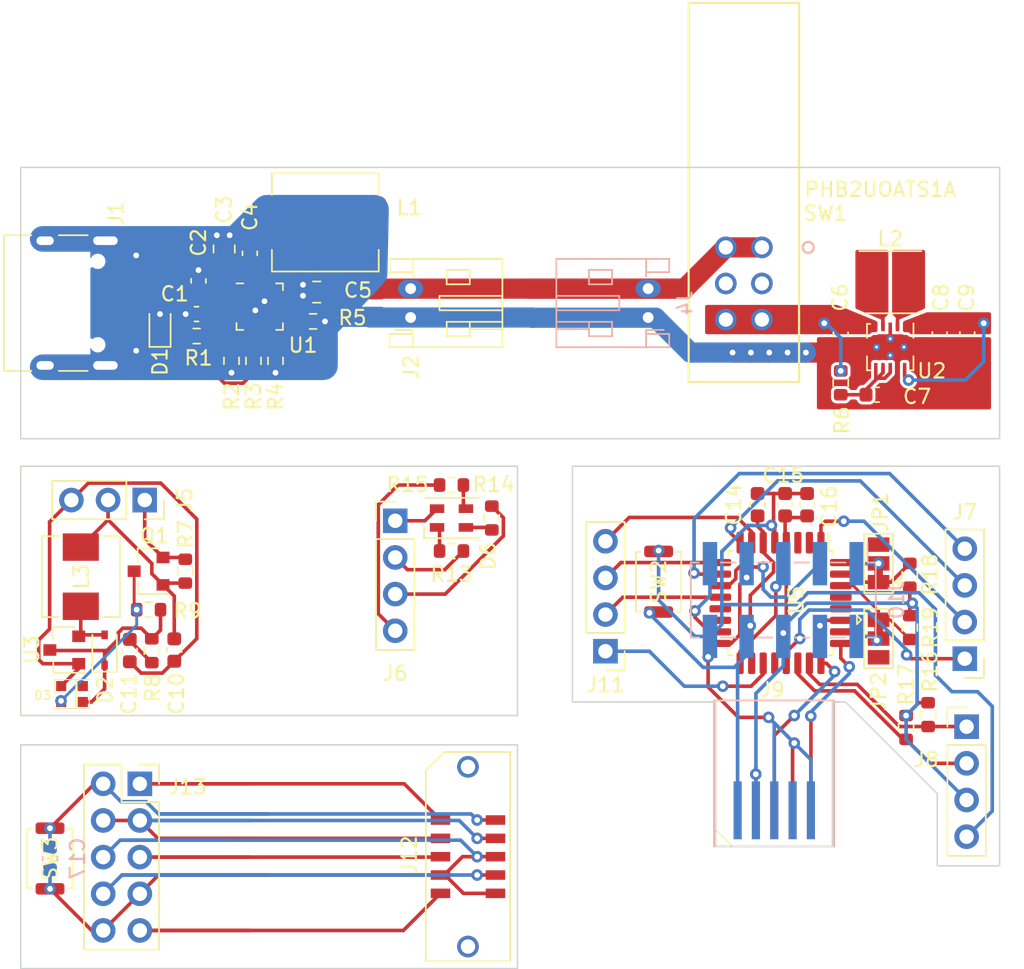
<source format=kicad_pcb>
(kicad_pcb (version 20210228) (generator pcbnew)
  (layers (0 "F.Cu" signal) (31 "B.Cu" signal) (34 "B.Paste" user) (35 "F.Paste" user) (36 "B.SilkS" user "B.Silkscreen") (37 "F.SilkS" user "F.Silkscreen") (38 "B.Mask" user) (39 "F.Mask" user) (44 "Edge.Cuts" user))
  (net 0 "")
  (net 1 "/BatteryCharger/REGN")
  (net 2 "GND")
  (net 3 "VBUS")
  (net 4 "Net-(C3-Pad1)")
  (net 5 "Net-(C4-Pad2)")
  (net 6 "Net-(C4-Pad1)")
  (net 7 "Net-(D1-Pad1)")
  (net 8 "Net-(R1-Pad2)")
  (net 9 "Net-(R2-Pad2)")
  (net 10 "Net-(R3-Pad2)")
  (net 11 "Net-(R5-Pad1)")
  (net 12 "/Power/BATT_SW")
  (net 13 "Net-(C7-Pad1)")
  (net 14 "+3V3")
  (net 15 "Net-(L2-Pad2)")
  (net 16 "Net-(L2-Pad1)")
  (net 17 "+BATT")
  (net 18 "Net-(C11-Pad1)")
  (net 19 "Net-(D2-Pad2)")
  (net 20 "/LED Boost/DIN")
  (net 21 "/LED Boost/DIN_LV")
  (net 22 "/LED Boost/3.3V_local")
  (net 23 "Net-(D6-Pad2)")
  (net 24 "Net-(D6-Pad4)")
  (net 25 "Net-(D6-Pad3)")
  (net 26 "/LED Boost/R-")
  (net 27 "/LED Boost/G-")
  (net 28 "/LED Boost/B-")
  (net 29 "/STM32/NRST")
  (net 30 "/STM32/UART4_RX")
  (net 31 "/STM32/UART3_RX")
  (net 32 "/STM32/UART2_RX")
  (net 33 "/STM32/UART1_RX")
  (net 34 "/STM32/I2C2_SCL")
  (net 35 "/STM32/I2C2_SDA")
  (net 36 "/STM32/SWC")
  (net 37 "/STM32/SWD")
  (net 38 "/STM32/SEL1")
  (net 39 "/STM32/SEL0")
  (net 40 "/STM32/SEL2")
  (net 41 "/STM32/SPI1_CLK")
  (net 42 "/STM32/SPI1_NSS")
  (net 43 "/STM32/D1")
  (net 44 "/STM32/D0")
  (net 45 "/STM32/UART4_TX")
  (net 46 "/STM32/UART3_TX")
  (net 47 "/STM32/UART2_TX")
  (net 48 "/STM32/UART1_TX")
  (net 49 "/STM32/I2C1_SDA")
  (net 50 "/STM32/I2C1_SCL")
  (net 51 "/STM33/NRST")
  (net 52 "/STM33/SWC")
  (net 53 "/STM33/RX")
  (net 54 "/STM33/SWD")
  (net 55 "/STM33/TX")
  (net 56 "/LED Boost/5V_local")
  (footprint "Jumper:SolderJumper-3_P1.3mm_Bridged12_Pad1.0x1.5mm" (layer "F.Cu") (at 127.762 80.264 -90)
    (fp_text reference "JP2")
    (fp_text value "D1")
  )
  (footprint "Package_TO_SOT_SMD:SOT-23" (layer "F.Cu") (at 77.188489 75.597511 180)
    (fp_text reference "Q1")
    (fp_text value "BSS138")
  )
  (footprint "Button_Switch_SMD:SW_Push_SPST_NO_Alps_SKRK" (layer "F.Cu") (at 70.358 95.504 90)
    (fp_text reference "SW3")
    (fp_text value "RST")
  )
  (footprint "Connector_PCBEdge:Samtec_MECF-05-0_-NP-L-DV_2x05_P1.27mm_Edge" (layer "F.Cu") (at 120.523 89.662)
    (fp_text reference "J9")
    (fp_text value "Prog edge")
    (fp_line (start -4.5 -5) (end -4.05 -5) (layer "Edge.Cuts") (width 0.12))
    (fp_line (start 4.5 -5) (end 4.05 -5) (layer "Edge.Cuts") (width 0.12))
    (fp_line (start -4.05 5) (end -4.05 -5) (layer "Edge.Cuts") (width 0.12))
    (fp_line (start 4.05 5) (end 4.05 -5) (layer "Edge.Cuts") (width 0.12))
    (fp_line (start -4.05 5) (end 4.05 5) (layer "Edge.Cuts") (width 0.12))
  )
  (footprint "Resistor_SMD:R_0603_1608Metric" (layer "F.Cu") (at 79.728489 75.597511 -90)
    (fp_text reference "R7")
    (fp_text value "10k")
  )
  (footprint "Resistor_SMD:R_0603_1608Metric" (layer "F.Cu") (at 100.965 71.915 90)
    (fp_text reference "R14")
    (fp_text value "15")
  )
  (footprint "Resistor_SMD:R_0603_1608Metric" (layer "F.Cu") (at 84.455 61.023 90)
    (fp_text reference "R3")
    (fp_text value "10k")
  )
  (footprint "Capacitor_SMD:C_0603_1608Metric" (layer "F.Cu") (at 119.38 70.993 90)
    (fp_text reference "C14")
    (fp_text value "0.1u")
  )
  (footprint "Resistor_SMD:R_0603_1608Metric" (layer "F.Cu") (at 85.979 61.024 -90)
    (fp_text reference "R4")
    (fp_text value "10k")
  )
  (footprint "Capacitor_SMD:C_0805_2012Metric" (layer "F.Cu") (at 82.423 53.279 90)
    (fp_text reference "C3")
    (fp_text value "10u")
  )
  (footprint "Resistor_SMD:R_0603_1608Metric" (layer "F.Cu") (at 80.518 59.309)
    (fp_text reference "R1")
    (fp_text value "1k")
  )
  (footprint "Connector_PinHeader_2.54mm:PinHeader_1x04_P2.54mm_Vertical" (layer "F.Cu") (at 108.839 81.143 180)
    (fp_text reference "J11")
    (fp_text value "O")
  )
  (footprint "Capacitor_SMD:C_0805_2012Metric" (layer "F.Cu") (at 88.834 56.261 180)
    (fp_text reference "C5")
    (fp_text value "10u")
  )
  (footprint "Connector_PinHeader_2.54mm:PinHeader_1x04_P2.54mm_Vertical" (layer "F.Cu") (at 94.275 72.105)
    (fp_text reference "J6")
    (fp_text value "LED")
  )
  (footprint "Resistor_SMD:R_0603_1608Metric" (layer "F.Cu") (at 129.921 79.502 -90)
    (fp_text reference "R19")
    (fp_text value "10k")
  )
  (footprint "Package_QFP:LQFP-32_7x7mm_P0.8mm" (layer "F.Cu") (at 120.968 77.801 -90)
    (fp_text reference "U5")
    (fp_text value "STM32G070K")
  )
  (footprint "Capacitor_SMD:C_0603_1608Metric" (layer "F.Cu") (at 127.6655 63.373)
    (fp_text reference "C7")
    (fp_text value "0.1u")
  )
  (footprint "Resistor_SMD:R_0603_1608Metric" (layer "F.Cu") (at 82.931 61.023 90)
    (fp_text reference "R2")
    (fp_text value "20K")
  )
  (footprint "Package_DFN_QFN:WQFN-16-1EP_3x3mm_P0.5mm_EP1.6x1.6mm" (layer "F.Cu") (at 84.885 57.27)
    (fp_text reference "U1")
    (fp_text value "BQ25300")
  )
  (footprint "Connector_PinSocket_2.54mm:PinSocket_1x03_P2.54mm_Vertical" (layer "F.Cu") (at 76.919489 70.669511 -90)
    (fp_text reference "J5")
    (fp_text value "LED")
  )
  (footprint "Diode_SMD:D_SOD-323" (layer "F.Cu") (at 74.140489 81.058511 90)
    (fp_text reference "D2")
    (fp_text value "1N5817")
  )
  (footprint "Capacitor_SMD:C_0603_1608Metric" (layer "F.Cu") (at 125.1385 59.195 -90)
    (fp_text reference "C6")
    (fp_text value "10u")
  )
  (footprint "Package_SON:Texas_DRC0010J_ThermalVias" (layer "F.Cu") (at 128.5675 60.071 -90)
    (fp_text reference "U2")
    (fp_text value "TPS63001")
  )
  (footprint "Connector_PinHeader_2.54mm:PinHeader_1x04_P2.54mm_Vertical" (layer "F.Cu") (at 133.731 81.661 180)
    (fp_text reference "J7")
    (fp_text value "I")
  )
  (footprint "Connector_PinHeader_2.54mm:PinHeader_1x04_P2.54mm_Vertical" (layer "F.Cu") (at 133.858 86.37)
    (fp_text reference "J8")
    (fp_text value "I2C_OLED")
  )
  (footprint "Capacitor_SMD:C_0603_1608Metric" (layer "F.Cu") (at 80.505 57.785)
    (fp_text reference "C1")
    (fp_text value "2.2u")
  )
  (footprint "Connector_PinSocket_2.54mm:PinSocket_2x05_P2.54mm_Vertical" (layer "F.Cu") (at 76.581 90.327)
    (fp_text reference "J13")
    (fp_text value "Output")
  )
  (footprint "Capacitor_SMD:C_0603_1608Metric" (layer "F.Cu") (at 75.885489 81.095511 -90)
    (fp_text reference "C11")
    (fp_text value "22u")
  )
  (footprint "Inductor_SMD:L_Coilcraft_XxL4040" (layer "F.Cu") (at 128.5675 55.578)
    (fp_text reference "L2")
    (fp_text value "2.2u")
  )
  (footprint "Package_TO_SOT_SMD:SOT-23" (layer "F.Cu") (at 71.346489 81.058511 180)
    (fp_text reference "U3")
    (fp_text value "HT7750B")
  )
  (footprint "Resistor_SMD:R_0603_1608Metric" (layer "F.Cu") (at 77.188489 78.264511 180)
    (fp_text reference "R9")
    (fp_text value "10k")
  )
  (footprint "Capacitor_SMD:C_0603_1608Metric" (layer "F.Cu") (at 84.201 53.581 90)
    (fp_text reference "C4")
    (fp_text value "47n")
  )
  (footprint "Capacitor_SMD:C_0603_1608Metric" (layer "F.Cu") (at 133.9015 59.169 -90)
    (fp_text reference "C9")
    (fp_text value "10u")
  )
  (footprint "custom:WS2812B_2020" (layer "F.Cu") (at 71.882 84.106511)
    (fp_text reference "D3")
    (fp_text value "WS2812B")
  )
  (footprint "LED_SMD:LED_SK6805_PLCC4_2.4x2.7mm_P1.3mm" (layer "F.Cu") (at 98.171 71.915)
    (fp_text reference "D6")
    (fp_text value "FM-B2020RGBA-HG")
  )
  (footprint "Resistor_SMD:R_0603_1608Metric" (layer "F.Cu") (at 129.921 75.882 90)
    (fp_text reference "R18")
    (fp_text value "10k")
  )
  (footprint "Jumper:SolderJumper-3_P1.3mm_Bridged12_Pad1.0x1.5mm" (layer "F.Cu") (at 127.762 75.057 90)
    (fp_text reference "JP1")
    (fp_text value "D0")
  )
  (footprint "Connector_PCBEdge:Samtec_MECF-05-01-NP-L-DV-WT_2x05_P1.27mm_Socket_Horizontal" (layer "F.Cu") (at 99.314 95.377 -90)
    (fp_text reference "J12")
    (fp_text value "Prog edge")
  )
  (footprint "Button_Switch_SMD:SW_Push_SPST_NO_Alps_SKRK" (layer "F.Cu") (at 112.522 76.327 -90)
    (fp_text reference "SW2")
    (fp_text value "RST")
  )
  (footprint "Capacitor_SMD:C_0603_1608Metric" (layer "F.Cu") (at 80.645 55.486 90)
    (fp_text reference "C2")
    (fp_text value "2.2u")
  )
  (footprint "Connector_JST:JST_PH_S2B-PH-K_1x02_P2.00mm_Horizontal" (layer "F.Cu") (at 95.34 58.023 90)
    (fp_text reference "J2")
    (fp_text value "Batt")
  )
  (footprint "Capacitor_SMD:C_0603_1608Metric" (layer "F.Cu") (at 131.9965 59.169 -90)
    (fp_text reference "C8")
    (fp_text value "10u")
  )
  (footprint "Resistor_SMD:R_0603_1608Metric" (layer "F.Cu") (at 125.1385 62.548 90)
    (fp_text reference "R6")
    (fp_text value "100")
  )
  (footprint "Resistor_SMD:R_0603_1608Metric" (layer "F.Cu") (at 98.171 74.201)
    (fp_text reference "R13")
    (fp_text value "65")
  )
  (footprint "Capacitor_SMD:C_0603_1608Metric" (layer "F.Cu") (at 121.285 70.993 90)
    (fp_text reference "C15")
    (fp_text value "4.7u")
  )
  (footprint "Resistor_SMD:R_0603_1608Metric" (layer "F.Cu") (at 98.171 69.629 180)
    (fp_text reference "R15")
    (fp_text value "15")
  )
  (footprint "Capacitor_SMD:C_0603_1608Metric" (layer "F.Cu") (at 78.966489 81.058511 -90)
    (fp_text reference "C10")
    (fp_text value "47u")
  )
  (footprint "Connector_USB:USB_C_Receptacle_HRO_TYPE-C-31-M-12" (layer "F.Cu") (at 71.068 57.023 -90)
    (fp_text reference "J1")
    (fp_text value "USB-C")
  )
  (footprint "PHB2UOATS1A:PHB2UOATS1A" (layer "F.Cu") (at 119.6775 53.166 180)
    (fp_text reference "SW1")
    (fp_text value "PHB2UOATS1A")
  )
  (footprint "LED_SMD:LED_0603_1608Metric" (layer "F.Cu") (at 77.978 58.5725 90)
    (fp_text reference "D1")
    (fp_text value "Stat")
  )
  (footprint "Resistor_SMD:R_0603_1608Metric" (layer "F.Cu") (at 129.667 86.423 -90)
    (fp_text reference "R17")
    (fp_text value "10k")
  )
  (footprint "Inductor_SMD:L_Abracon_ASPI-0630LR" (layer "F.Cu") (at 89.431 51.435)
    (fp_text reference "L1")
    (fp_text value "1u")
  )
  (footprint "Resistor_SMD:R_0603_1608Metric" (layer "F.Cu") (at 77.409489 81.108511 -90)
    (fp_text reference "R8")
    (fp_text value "0.15")
  )
  (footprint "Resistor_SMD:R_0603_1608Metric" (layer "F.Cu") (at 131.191 85.535 -90)
    (fp_text reference "R16")
    (fp_text value "10k")
  )
  (footprint "Capacitor_SMD:C_0603_1608Metric" (layer "F.Cu") (at 122.809 70.993 90)
    (fp_text reference "C16")
    (fp_text value "100n")
  )
  (footprint "Inductor_SMD:L_Sunlord_MWSA0518_5.4x5.2mm" (layer "F.Cu") (at 72.489489 75.978511 -90)
    (fp_text reference "L3")
    (fp_text value "SWPA5040S")
  )
  (footprint "Resistor_SMD:R_0603_1608Metric" (layer "F.Cu") (at 88.582 58.293)
    (fp_text reference "R5")
    (fp_text value "TBD")
  )
  (footprint "Capacitor_SMD:C_0603_1608Metric" (layer "B.Cu") (at 70.358 95.504 -90)
    (fp_text reference "C17")
    (fp_text value "0.1u")
  )
  (footprint "Connector_JST:JST_PH_S2B-PH-K_1x02_P2.00mm_Horizontal" (layer "B.Cu") (at 111.797 58.023 90)
    (fp_text reference "J4")
    (fp_text value "Batt_alt")
  )
  (footprint "Connector_PinSocket_2.54mm:PinSocket_2x05_P2.54mm_Vertical_SMD" (layer "B.Cu") (at 121.158 77.597 90)
    (fp_text reference "J10")
    (fp_text value "MainBoard")
  )
  (gr_line (start 106.553 68.326) (end 136.144 68.326) (layer "Edge.Cuts") (width 0.1))
  (gr_line (start 136.144 68.326) (end 136.144 96.012) (layer "Edge.Cuts") (width 0.1))
  (gr_rect (start 136.144 47.625) (end 68.326 66.421) (layer "Edge.Cuts") (width 0.1) (fill none))
  (gr_line (start 131.826 96.012) (end 131.826 91.313) (layer "Edge.Cuts") (width 0.1))
  (gr_line (start 136.144 96.012) (end 131.826 96.012) (layer "Edge.Cuts") (width 0.1))
  (gr_line (start 106.553 84.662) (end 106.553 68.326) (layer "Edge.Cuts") (width 0.1))
  (gr_line (start 131.826 91.012) (end 131.826 91.313) (layer "Edge.Cuts") (width 0.1))
  (gr_rect (start 102.743 68.326) (end 68.326 85.598) (layer "Edge.Cuts") (width 0.1) (fill none))
  (gr_line (start 116.023 84.662) (end 106.553 84.662) (layer "Edge.Cuts") (width 0.1))
  (gr_rect (start 68.326 87.63) (end 102.743 103.124) (layer "Edge.Cuts") (width 0.1) (fill none))
  (gr_line (start 125.476 84.662) (end 131.826 91.012) (layer "Edge.Cuts") (width 0.1))
  (gr_line (start 125.023 84.662) (end 125.476 84.662) (layer "Edge.Cuts") (width 0.1))
  (segment (start 83.72998 62.57302) (end 82.43853 62.57302) (width 0.25) (layer "F.Cu") (net 1))
  (segment (start 82.553 57.02) (end 83.4475 57.02) (width 0.25) (layer "F.Cu") (net 1))
  (segment (start 82.43853 62.57302) (end 80.61798 60.75247) (width 0.25) (layer "F.Cu") (net 1))
  (segment (start 80.61798 60.75247) (end 80.61798 58.44702) (width 0.25) (layer "F.Cu") (net 1))
  (segment (start 81.28 57.785) (end 81.788 57.785) (width 0.25) (layer "F.Cu") (net 1))
  (segment (start 81.788 57.785) (end 82.553 57.02) (width 0.25) (layer "F.Cu") (net 1))
  (segment (start 84.455 61.848) (end 83.72998 62.57302) (width 0.25) (layer "F.Cu") (net 1))
  (segment (start 80.61798 58.44702) (end 81.28 57.785) (width 0.25) (layer "F.Cu") (net 1))
  (segment (start 80.645 54.711) (end 80.645 54.737) (width 0.25) (layer "F.Cu") (net 2))
  (segment (start 99.949 95.377) (end 98.933 95.377) (width 0.25) (layer "F.Cu") (net 2))
  (segment (start 118.9155 60.452) (end 120.1855 60.452) (width 1.4) (layer "F.Cu") (net 2))
  (segment (start 71.839489 70.669511) (end 70.330489 72.178511) (width 0.25) (layer "F.Cu") (net 2))
  (segment (start 112.522 74.227) (end 112.522 74.168) (width 0.25) (layer "F.Cu") (net 2))
  (segment (start 120.48498 73.54298) (end 120.48498 70.24302) (width 0.25) (layer "F.Cu") (net 2))
  (segment (start 72.346489 82.342022) (end 71.132 83.556511) (width 0.25) (layer "F.Cu") (net 2))
  (segment (start 120.568 73.626) (end 120.48498 73.54298) (width 0.25) (layer "F.Cu") (net 2))
  (segment (start 128.5675 58.671) (end 128.5675 59.496) (width 0.25) (layer "F.Cu") (net 2))
  (segment (start 75.113 60.273) (end 76.275 60.273) (width 0.6) (layer "F.Cu") (net 2))
  (segment (start 71.839489 70.669511) (end 73.014 69.495) (width 0.25) (layer "F.Cu") (net 2))
  (segment (start 74.041 100.487) (end 76.581 97.947) (width 0.25) (layer "F.Cu") (net 2))
  (segment (start 69.571978 81.71812) (end 69.862369 82.008511) (width 0.25) (layer "F.Cu") (net 2))
  (segment (start 98.99812 97.917) (end 97.72812 96.647) (width 0.25) (layer "F.Cu") (net 2))
  (segment (start 101.219 97.917) (end 98.99812 97.917) (width 0.25) (layer "F.Cu") (net 2))
  (segment (start 87.884 56.261) (end 87.884 55.753) (width 0.25) (layer "F.Cu") (net 2))
  (segment (start 76.275 60.273) (end 76.327 60.325) (width 0.25) (layer "F.Cu") (net 2))
  (segment (start 84.885 57.27) (end 84.885 57.228) (width 0.25) (layer "F.Cu") (net 2))
  (segment (start 97.72812 96.647) (end 97.409 96.647) (width 0.25) (layer "F.Cu") (net 2))
  (segment (start 120.338953 72.428472) (end 120.568 72.657519) (width 0.25) (layer "F.Cu") (net 2))
  (segment (start 82.931 61.848) (end 82.931 61.84801) (width 0.25) (layer "F.Cu") (net 2))
  (segment (start 78.966489 81.833511) (end 78.141969 82.658031) (width 0.25) (layer "F.Cu") (net 2))
  (segment (start 80.528009 71.993911) (end 80.528009 80.271991) (width 0.25) (layer "F.Cu") (net 2))
  (segment (start 120.1855 60.452) (end 121.4555 60.452) (width 1.4) (layer "F.Cu") (net 2))
  (segment (start 98.933 95.377) (end 97.663 96.647) (width 0.25) (layer "F.Cu") (net 2))
  (segment (start 84.843 57.27) (end 84.582 57.531) (width 0.25) (layer "F.Cu") (net 2))
  (segment (start 75.113 60.273) (end 75.113 60.428) (width 0.25) (layer "F.Cu") (net 2))
  (segment (start 84.885 57.228) (end 85.217 56.896) (width 0.25) (layer "F.Cu") (net 2))
  (segment (start 80.528009 80.271991) (end 78.966489 81.833511) (width 0.25) (layer "F.Cu") (net 2))
  (segment (start 120.51 70.218) (end 121.285 70.218) (width 0.25) (layer "F.Cu") (net 2))
  (segment (start 82.423 52.329) (end 81.92 52.329) (width 0.25) (layer "F.Cu") (net 2))
  (segment (start 70.330489 72.178511) (end 70.330489 79.608391) (width 0.25) (layer "F.Cu") (net 2))
  (segment (start 97.663 96.647) (end 97.409 96.647) (width 0.25) (layer "F.Cu") (net 2))
  (segment (start 82.423 52.329) (end 82.799 52.329) (width 0.25) (layer "F.Cu") (net 2))
  (segment (start 121.4555 60.452) (end 122.7255 60.452) (width 1.4) (layer "F.Cu") (net 2))
  (segment (start 118.053738 85.725) (end 120.142 85.725) (width 0.25) (layer "F.Cu") (net 2))
  (segment (start 75.113 53.773) (end 76.275 53.773) (width 0.6) (layer "F.Cu") (net 2))
  (segment (start 72.346489 82.008511) (end 72.346489 82.342022) (width 0.25) (layer "F.Cu") (net 2))
  (segment (start 101.219 95.377) (end 99.949 95.377) (width 0.25) (layer "F.Cu") (net 2))
  (segment (start 120.48498 70.24302) (end 120.51 70.218) (width 0.25) (layer "F.Cu") (net 2))
  (segment (start 73.014 69.495) (end 78.029098 69.495) (width 0.25) (layer "F.Cu") (net 2))
  (segment (start 97.409 96.647) (end 77.881 96.647) (width 0.25) (layer "F.Cu") (net 2))
  (segment (start 70.330489 79.608391) (end 69.571978 80.366902) (width 0.25) (layer "F.Cu") (net 2))
  (segment (start 89.407 58.293) (end 89.408 58.293) (width 0.25) (layer "F.Cu") (net 2))
  (segment (start 79.73 57.785) (end 79.756 57.785) (width 0.25) (layer "F.Cu") (net 2))
  (segment (start 82.799 52.329) (end 82.804 52.324) (width 0.25) (layer "F.Cu") (net 2))
  (segment (start 121.803 92.162) (end 121.803 87.62) (width 0.25) (layer "F.Cu") (net 2))
  (segment (start 84.885 57.27) (end 84.843 57.27) (width 0.25) (layer "F.Cu") (net 2))
  (segment (start 70.358 97.604) (end 73.241 100.487) (width 0.25) (layer "F.Cu") (net 2))
  (segment (start 85.501 96.647) (end 77.881 96.647) (width 0.25) (layer "F.Cu") (net 2))
  (segment (start 78.141969 82.658031) (end 76.673009 82.658031) (width 0.25) (layer "F.Cu") (net 2))
  (segment (start 76.673009 82.658031) (end 75.885489 81.870511) (width 0.25) (layer "F.Cu") (net 2))
  (segment (start 73.241 100.487) (end 74.041 100.487) (width 0.25) (layer "F.Cu") (net 2))
  (segment (start 75.113 53.618) (end 74.198 52.703) (width 0.6) (layer "F.Cu") (net 2))
  (segment (start 115.951 83.622262) (end 118.053738 85.725) (width 0.25) (layer "F.Cu") (net 2))
  (segment (start 117.6455 60.452) (end 118.9155 60.452) (width 1.4) (layer "F.Cu") (net 2))
  (segment (start 76.275 53.773) (end 76.327 53.721) (width 0.25) (layer "F.Cu") (net 2))
  (segment (start 78.029098 69.495) (end 80.528009 71.993911) (width 0.25) (layer "F.Cu") (net 2))
  (segment (start 75.113 60.428) (end 74.198 61.343) (width 0.6) (layer "F.Cu") (net 2))
  (segment (start 122.7255 60.452) (end 123.698 60.452) (width 1.4) (layer "F.Cu") (net 2))
  (segment (start 87.884 56.261) (end 87.884 56.515) (width 0.25) (layer "F.Cu") (net 2))
  (segment (start 115.951 81.534) (end 115.951 83.622262) (width 0.25) (layer "F.Cu") (net 2))
  (segment (start 77.881 96.647) (end 76.581 97.947) (width 0.25) (layer "F.Cu") (net 2))
  (segment (start 121.285 70.218) (end 122.809 70.218) (width 0.25) (layer "F.Cu") (net 2))
  (segment (start 81.92 52.329) (end 81.915 52.324) (width 0.25) (layer "F.Cu") (net 2))
  (segment (start 121.803 87.62) (end 121.92 87.503) (width 0.25) (layer "F.Cu") (net 2))
  (segment (start 69.862369 82.008511) (end 72.346489 82.008511) (width 0.25) (layer "F.Cu") (net 2))
  (segment (start 75.113 53.773) (end 75.113 53.618) (width 0.25) (layer "F.Cu") (net 2))
  (segment (start 69.571978 80.366902) (end 69.571978 81.71812) (width 0.25) (layer "F.Cu") (net 2))
  (segment (start 120.568 72.657519) (end 120.568 73.626) (width 0.25) (layer "F.Cu") (net 2))
  (segment (start 119.38 70.218) (end 120.51 70.218) (width 0.25) (layer "F.Cu") (net 2))
  (via (at 84.582 57.531) (size 0.8) (drill 0.4) (layers "F.Cu" "B.Cu") (net 2))
  (via (at 76.327 60.325) (size 0.8) (drill 0.4) (layers "F.Cu" "B.Cu") (net 2))
  (via (at 77.978 57.785) (size 0.8) (drill 0.4) (layers "F.Cu" "B.Cu") (net 2))
  (via (at 121.92 87.503) (size 0.8) (drill 0.4) (layers "F.Cu" "B.Cu") (net 2))
  (via (at 87.884 55.753) (size 0.8) (drill 0.4) (layers "F.Cu" "B.Cu") (net 2))
  (via (at 122.7255 60.452) (size 0.8) (drill 0.4) (layers "F.Cu" "B.Cu") (net 2))
  (via (at 112.522 74.168) (size 0.8) (drill 0.4) (layers "F.Cu" "B.Cu") (net 2))
  (via (at 120.1855 60.452) (size 0.8) (drill 0.4) (layers "F.Cu" "B.Cu") (net 2))
  (via (at 70.358 97.604) (size 0.8) (drill 0.4) (layers "F.Cu" "B.Cu") (net 2))
  (via (at 99.949 95.377) (size 0.8) (drill 0.4) (layers "F.Cu" "B.Cu") (net 2))
  (via (at 121.4555 60.452) (size 0.8) (drill 0.4) (layers "F.Cu" "B.Cu") (net 2))
  (via (at 79.756 57.785) (size 0.8) (drill 0.4) (layers "F.Cu" "B.Cu") (net 2))
  (via (at 76.327 53.721) (size 0.8) (drill 0.4) (layers "F.Cu" "B.Cu") (net 2))
  (via (at 85.979 61.849) (size 0.8) (drill 0.4) (layers "F.Cu" "B.Cu") (net 2))
  (via (at 115.951 81.534) (size 0.8) (drill 0.4) (layers "F.Cu" "B.Cu") (net 2))
  (via (at 118.9155 60.452) (size 0.8) (drill 0.4) (layers "F.Cu" "B.Cu") (net 2))
  (via (at 82.804 52.324) (size 0.8) (drill 0.4) (layers "F.Cu" "B.Cu") (net 2))
  (via (at 89.408 58.293) (size 0.8) (drill 0.4) (layers "F.Cu" "B.Cu") (net 2))
  (via (at 85.217 56.896) (size 0.8) (drill 0.4) (layers "F.Cu" "B.Cu") (net 2))
  (via (at 81.915 52.324) (size 0.8) (drill 0.4) (layers "F.Cu" "B.Cu") (net 2))
  (via (at 80.645 54.737) (size 0.8) (drill 0.4) (layers "F.Cu" "B.Cu") (net 2))
  (via (at 120.338953 72.428472) (size 0.8) (drill 0.4) (layers "F.Cu" "B.Cu") (net 2))
  (via (at 117.6455 60.452) (size 0.8) (drill 0.4) (layers "F.Cu" "B.Cu") (net 2))
  (via (at 82.931 61.84801) (size 0.8) (drill 0.4) (layers "F.Cu" "B.Cu") (net 2))
  (via (at 120.142 85.725) (size 0.8) (drill 0.4) (layers "F.Cu" "B.Cu") (net 2))
  (via (at 87.884 56.515) (size 0.8) (drill 0.4) (layers "F.Cu" "B.Cu") (net 2))
  (segment (start 116.903011 77.914011) (end 122.043133 77.914011) (width 0.25) (layer "B.Cu") (net 2))
  (segment (start 123.073 92.162) (end 123.073 88.656) (width 0.25) (layer "B.Cu") (net 2))
  (segment (start 103.759 58.039) (end 112.3115 58.039) (width 1.4) (layer "B.Cu") (net 2))
  (segment (start 116.078 81.407) (end 115.951 81.534) (width 0.25) (layer "B.Cu") (net 2))
  (segment (start 112.522 77.597) (end 115.042 80.117) (width 0.25) (layer "B.Cu") (net 2))
  (segment (start 121.92 87.503) (end 121.412 86.995) (width 0.25) (layer "B.Cu") (net 2))
  (segment (start 131.699 82.804) (end 132.842 83.947) (width 0.25) (layer "B.Cu") (net 2))
  (segment (start 92.546 58.023) (end 103.743 58.023) (width 1.4) (layer "B.Cu") (net 2))
  (segment (start 74.041 95.407) (end 75.215511 94.232489) (width 0.25) (layer "B.Cu") (net 2))
  (segment (start 98.804489 94.232489) (end 99.949 95.377) (width 0.25) (layer "B.Cu") (net 2))
  (segment (start 121.412 86.995) (end 120.533 86.116) (width 0.25) (layer "B.Cu") (net 2))
  (segment (start 120.533 86.116) (end 120.533 92.162) (width 0.25) (layer "B.Cu") (net 2))
  (segment (start 116.903011 77.914011) (end 116.903011 74.231989) (width 0.25) (layer "B.Cu") (net 2))
  (segment (start 116.078 80.117) (end 116.903011 79.291989) (width 0.25) (layer "B.Cu") (net 2))
  (segment (start 130.556 77.089) (end 131.699 78.232) (width 0.25) (layer "B.Cu") (net 2))
  (segment (start 131.699 78.232) (end 131.699 82.804) (width 0.25) (layer "B.Cu") (net 2))
  (segment (start 75.215511 94.232489) (end 98.804489 94.232489) (width 0.25) (layer "B.Cu") (net 2))
  (segment (start 134.62 83.947) (end 135.636 84.963) (width 0.25) (layer "B.Cu") (net 2))
  (segment (start 112.3115 58.039) (end 114.7245 60.452) (width 1.4) (layer "B.Cu") (net 2))
  (segment (start 116.903011 74.231989) (end 118.706528 72.428472) (width 0.25) (layer "B.Cu") (net 2))
  (segment (start 122.868144 77.089) (end 130.556 77.089) (width 0.25) (layer "B.Cu") (net 2))
  (segment (start 116.903011 79.291989) (end 116.903011 77.914011) (width 0.25) (layer "B.Cu") (net 2))
  (segment (start 120.142 85.725) (end 120.777 86.36) (width 0.25) (layer "B.Cu") (net 2))
  (segment (start 114.7245 60.452) (end 122.7255 60.452) (width 1.4) (layer "B.Cu") (net 2))
  (segment (start 118.706528 72.428472) (end 120.338953 72.428472) (width 0.25) (layer "B.Cu") (net 2))
  (segment (start 116.078 80.117) (end 116.078 81.407) (width 0.25) (layer "B.Cu") (net 2))
  (segment (start 123.073 88.656) (end 121.412 86.995) (width 0.25) (layer "B.Cu") (net 2))
  (segment (start 120.142 85.725) (end 120.533 86.116) (width 0.25) (layer "B.Cu") (net 2))
  (segment (start 75.215511 94.232489) (end 82.835511 94.232489) (width 0.25) (layer "B.Cu") (net 2))
  (segment (start 115.042 80.117) (end 116.078 80.117) (width 0.25) (layer "B.Cu") (net 2))
  (segment (start 135.636 84.963) (end 135.636 92.212) (width 0.25) (layer "B.Cu") (net 2))
  (segment (start 70.358 96.279) (end 70.358 97.604) (width 0.25) (layer "B.Cu") (net 2))
  (segment (start 103.743 58.023) (end 103.759 58.039) (width 1.4) (layer "B.Cu") (net 2))
  (segment (start 112.522 74.168) (end 112.522 77.597) (width 0.25) (layer "B.Cu") (net 2))
  (segment (start 122.043133 77.914011) (end 122.868144 77.089) (width 0.25) (layer "B.Cu") (net 2))
  (segment (start 135.636 92.212) (end 133.858 93.99) (width 0.25) (layer "B.Cu") (net 2))
  (segment (start 132.842 83.947) (end 134.62 83.947) (width 0.25) (layer "B.Cu") (net 2))
  (segment (start 84.201 54.356) (end 84.455 54.102) (width 0.25) (layer "F.Cu") (net 6))
  (segment (start 84.635 54.282) (end 84.635 55.8325) (width 0.25) (layer "F.Cu") (net 6))
  (segment (start 84.455 54.102) (end 84.635 54.282) (width 0.25) (layer "F.Cu") (net 6))
  (segment (start 78.029 59.309) (end 77.978 59.36) (width 0.25) (layer "F.Cu") (net 7))
  (segment (start 79.693 59.309) (end 78.029 59.309) (width 0.25) (layer "F.Cu") (net 7))
  (segment (start 82.950964 57.531) (end 83.4365 57.531) (width 0.25) (layer "F.Cu") (net 8))
  (segment (start 81.343 59.309) (end 81.343 59.138964) (width 0.25) (layer "F.Cu") (net 8))
  (segment (start 81.343 59.138964) (end 82.950964 57.531) (width 0.25) (layer "F.Cu") (net 8))
  (segment (start 83.4365 57.531) (end 83.4475 57.52) (width 0.25) (layer "F.Cu") (net 8))
  (segment (start 82.931 58.293) (end 82.931 58.5365) (width 0.25) (layer "F.Cu") (net 9))
  (segment (start 83.4475 58.02) (end 83.204 58.02) (width 0.25) (layer "F.Cu") (net 9))
  (segment (start 83.204 58.02) (end 82.931 58.293) (width 0.25) (layer "F.Cu") (net 9))
  (segment (start 82.931 58.293) (end 82.931 60.198) (width 0.25) (layer "F.Cu") (net 9))
  (segment (start 85.135 59.518) (end 85.135 58.7075) (width 0.25) (layer "F.Cu") (net 10))
  (segment (start 85.816 60.199) (end 85.135 59.518) (width 0.25) (layer "F.Cu") (net 10))
  (segment (start 84.455 60.198) (end 85.135 59.518) (width 0.25) (layer "F.Cu") (net 10))
  (segment (start 85.979 60.199) (end 85.816 60.199) (width 0.25) (layer "F.Cu") (net 10))
  (segment (start 87.484 58.02) (end 87.757 58.293) (width 0.25) (layer "F.Cu") (net 11))
  (segment (start 86.3225 58.02) (end 87.484 58.02) (width 0.25) (layer "F.Cu") (net 11))
  (segment (start 125.1385 61.723) (end 125.1385 61.722) (width 0.25) (layer "F.Cu") (net 12))
  (via (at 125.1385 61.722) (size 0.8) (drill 0.4) (layers "F.Cu" "B.Cu") (net 12))
  (via (at 123.9955 58.42) (size 0.8) (drill 0.4) (layers "F.Cu" "B.Cu") (net 12))
  (segment (start 124.1225 58.42) (end 123.9955 58.42) (width 0.25) (layer "B.Cu") (net 12))
  (segment (start 125.1385 59.436) (end 124.1225 58.42) (width 0.25) (layer "B.Cu") (net 12))
  (segment (start 125.1385 61.722) (end 125.1385 59.436) (width 0.25) (layer "B.Cu") (net 12))
  (segment (start 127.6785 62.23) (end 127.5675 62.341) (width 0.25) (layer "F.Cu") (net 13))
  (segment (start 126.8905 63.373) (end 126.8905 63.018) (width 0.25) (layer "F.Cu") (net 13))
  (segment (start 128.1865 62.23) (end 127.6785 62.23) (width 0.25) (layer "F.Cu") (net 13))
  (segment (start 127.5675 62.341) (end 127.5675 61.471) (width 0.25) (layer "F.Cu") (net 13))
  (segment (start 126.8905 63.018) (end 127.5675 62.341) (width 0.25) (layer "F.Cu") (net 13))
  (segment (start 128.0675 61.841) (end 127.6785 62.23) (width 0.25) (layer "F.Cu") (net 13))
  (segment (start 128.0675 61.471) (end 128.0675 61.841) (width 0.25) (layer "F.Cu") (net 13))
  (segment (start 128.5675 61.849) (end 128.1865 62.23) (width 0.25) (layer "F.Cu") (net 13))
  (segment (start 128.5675 61.471) (end 128.5675 61.849) (width 0.25) (layer "F.Cu") (net 13))
  (segment (start 125.1385 63.373) (end 126.8905 63.373) (width 0.25) (layer "F.Cu") (net 13))
  (segment (start 121.368 73.626) (end 121.368 75.013) (width 0.25) (layer "F.Cu") (net 14))
  (segment (start 78.188489 76.547511) (end 77.413978 75.773) (width 0.25) (layer "F.Cu") (net 14))
  (segment (start 121.285 71.881) (end 122.696 71.881) (width 0.25) (layer "F.Cu") (net 14))
  (segment (start 101.219 94.107) (end 99.949 94.107) (width 0.25) (layer "F.Cu") (net 14))
  (segment (start 74.379489 70.669511) (end 74.379489 72.038511) (width 0.25) (layer "F.Cu") (net 14))
  (segment (start 131.191 84.71) (end 130.555 84.71) (width 0.25) (layer "F.Cu") (net 14))
  (segment (start 76.581 92.867) (end 74.041 92.867) (width 0.25) (layer "F.Cu") (net 14))
  (segment (start 97.409 94.107) (end 77.821 94.107) (width 0.25) (layer "F.Cu") (net 14))
  (segment (start 85.441 94.107) (end 77.821 94.107) (width 0.25) (layer "F.Cu") (net 14))
  (segment (start 121.285 73.543) (end 121.368 73.626) (width 0.25) (layer "F.Cu") (net 14))
  (segment (start 78.188489 76.547511) (end 78.966489 77.325511) (width 0.25) (layer "F.Cu") (net 14))
  (segment (start 79.728489 76.422511) (end 78.313489 76.422511) (width 0.25) (layer "F.Cu") (net 14))
  (segment (start 74.379489 72.038511) (end 72.489489 73.928511) (width 0.25) (layer "F.Cu") (net 14))
  (segment (start 119.263 89.672) (end 119.253 89.662) (width 0.25) (layer "F.Cu") (net 14))
  (segment (start 122.696 71.881) (end 122.809 71.768) (width 0.25) (layer "F.Cu") (net 14))
  (segment (start 129.921 76.707) (end 129.921 78.677) (width 0.25) (layer "F.Cu") (net 14))
  (segment (start 77.413978 75.073) (end 74.379489 72.038511) (width 0.25) (layer "F.Cu") (net 14))
  (segment (start 119.263 92.162) (end 119.263 89.672) (width 0.25) (layer "F.Cu") (net 14))
  (segment (start 129.5675 62.087) (end 129.8375 62.357) (width 0.25) (layer "F.Cu") (net 14))
  (segment (start 121.368 79.673) (end 121.158 79.883) (width 0.25) (layer "F.Cu") (net 14))
  (segment (start 130.555 84.71) (end 129.667 85.598) (width 0.25) (layer "F.Cu") (net 14))
  (segment (start 78.313489 76.422511) (end 78.188489 76.547511) (width 0.25) (layer "F.Cu") (net 14))
  (segment (start 78.966489 77.325511) (end 78.966489 80.283511) (width 0.25) (layer "F.Cu") (net 14))
  (segment (start 77.413978 75.773) (end 77.413978 75.073) (width 0.25) (layer "F.Cu") (net 14))
  (segment (start 121.285 71.881) (end 121.285 73.543) (width 0.25) (layer "F.Cu") (net 14))
  (segment (start 121.368 75.013) (end 121.368 79.673) (width 0.25) (layer "F.Cu") (net 14))
  (segment (start 121.172 71.768) (end 121.285 71.881) (width 0.25) (layer "F.Cu") (net 14))
  (segment (start 77.821 94.107) (end 76.581 92.867) (width 0.25) (layer "F.Cu") (net 14))
  (segment (start 129.5675 61.471) (end 129.5675 62.087) (width 0.25) (layer "F.Cu") (net 14))
  (via (at 135.0445 58.42) (size 0.8) (drill 0.4) (layers "F.Cu" "B.Cu") (net 14))
  (via (at 130.092247 77.81401) (size 0.8) (drill 0.4) (layers "F.Cu" "B.Cu") (net 14))
  (via (at 99.949 94.107) (size 0.8) (drill 0.4) (layers "F.Cu" "B.Cu") (net 14))
  (via (at 129.667 85.598) (size 0.8) (drill 0.4) (layers "F.Cu" "B.Cu") (net 14))
  (via (at 129.8375 62.357) (size 0.8) (drill 0.4) (layers "F.Cu" "B.Cu") (net 14))
  (via (at 119.253 89.662) (size 0.8) (drill 0.4) (layers "F.Cu" "B.Cu") (net 14))
  (via (at 121.158 79.883) (size 0.8) (drill 0.4) (layers "F.Cu" "B.Cu") (net 14))
  (segment (start 121.158 79.435569) (end 122.779559 77.81401) (width 0.25) (layer "B.Cu") (net 14))
  (segment (start 99.949 94.107) (end 98.709 92.867) (width 0.25) (layer "B.Cu") (net 14))
  (segment (start 121.158 80.117) (end 121.158 79.435569) (width 0.25) (layer "B.Cu") (net 14))
  (segment (start 129.8375 62.357) (end 133.7745 62.357) (width 0.25) (layer "B.Cu") (net 14))
  (segment (start 121.158 79.883) (end 121.158 80.117) (width 0.25) (layer "B.Cu") (net 14))
  (segment (start 121.158 82.169) (end 119.253 84.074) (width 0.25) (layer "B.Cu") (net 14))
  (segment (start 129.667 87.259) (end 129.667 85.598) (width 0.25) (layer "B.Cu") (net 14))
  (segment (start 122.779559 77.81401) (end 130.092247 77.81401) (width 0.25) (layer "B.Cu") (net 14))
  (segment (start 121.158 80.117) (end 121.158 82.169) (width 0.25) (layer "B.Cu") (net 14))
  (segment (start 133.858 91.45) (end 129.667 87.259) (width 0.25) (layer "B.Cu") (net 14))
  (segment (start 119.263 84.084) (end 119.253 84.074) (width 0.25) (layer "B.Cu") (net 14))
  (segment (start 119.263 89.144) (end 119.263 84.084) (width 0.25) (layer "B.Cu") (net 14))
  (segment (start 98.709 92.867) (end 76.581 92.867) (width 0.25) (layer "B.Cu") (net 14))
  (segment (start 130.429 78.150763) (end 130.092247 77.81401) (width 0.25) (layer "B.Cu") (net 14))
  (segment (start 130.429 84.836) (end 130.429 78.150763) (width 0.25) (layer "B.Cu") (net 14))
  (segment (start 119.253 89.662) (end 119.253 89.154) (width 0.25) (layer "B.Cu") (net 14))
  (segment (start 133.7745 62.357) (end 135.0445 61.087) (width 0.25) (layer "B.Cu") (net 14))
  (segment (start 135.0445 61.087) (end 135.0445 58.42) (width 0.25) (layer "B.Cu") (net 14))
  (segment (start 84.201 92.867) (end 76.581 92.867) (width 0.25) (layer "B.Cu") (net 14))
  (segment (start 119.253 89.154) (end 119.263 89.144) (width 0.25) (layer "B.Cu") (net 14))
  (segment (start 129.667 85.598) (end 130.429 84.836) (width 0.25) (layer "B.Cu") (net 14))
  (segment (start 119.263 92.162) (end 119.263 89.144) (width 0.25) (layer "B.Cu") (net 14))
  (segment (start 88.55202 57.49298) (end 89.784 56.261) (width 0.25) (layer "F.Cu") (net 17))
  (segment (start 114.3205 56.023) (end 103.489 56.023) (width 1.4) (layer "F.Cu") (net 17))
  (segment (start 114.3205 56.023) (end 92.546 56.023) (width 1.4) (layer "F.Cu") (net 17))
  (segment (start 86.34952 57.49298) (end 88.55202 57.49298) (width 0.25) (layer "F.Cu") (net 17))
  (segment (start 117.1775 53.166) (end 114.3205 56.023) (width 1.4) (layer "F.Cu") (net 17))
  (segment (start 86.3225 57.52) (end 86.34952 57.49298) (width 0.25) (layer "F.Cu") (net 17))
  (segment (start 119.6775 53.166) (end 117.1775 53.166) (width 1.4) (layer "F.Cu") (net 17))
  (segment (start 75.885489 80.320511) (end 75.885489 80.409511) (width 0.25) (layer "F.Cu") (net 18))
  (segment (start 75.885489 80.409511) (end 77.409489 81.933511) (width 0.25) (layer "F.Cu") (net 18))
  (segment (start 72.446489 80.008511) (end 72.346489 80.108511) (width 0.25) (layer "F.Cu") (net 19))
  (segment (start 72.489489 78.028511) (end 72.489489 79.965511) (width 0.25) (layer "F.Cu") (net 19))
  (segment (start 74.140489 80.008511) (end 72.446489 80.008511) (width 0.25) (layer "F.Cu") (net 19))
  (segment (start 72.489489 79.965511) (end 72.346489 80.108511) (width 0.25) (layer "F.Cu") (net 19))
  (segment (start 71.12 84.582) (end 71.12 84.644511) (width 0.2) (layer "F.Cu") (net 20))
  (segment (start 71.12 84.644511) (end 71.132 84.656511) (width 0.2) (layer "F.Cu") (net 20))
  (segment (start 76.188489 78.089511) (end 76.363489 78.264511) (width 0.2) (layer "F.Cu") (net 20))
  (segment (start 76.188489 75.597511) (end 76.188489 78.089511) (width 0.2) (layer "F.Cu") (net 20))
  (via (at 71.12 84.582) (size 0.8) (drill 0.4) (layers "F.Cu" "B.Cu") (net 20))
  (via (at 76.363489 78.264511) (size 0.8) (drill 0.4) (layers "F.Cu" "B.Cu") (net 20))
  (segment (start 76.363489 78.264511) (end 76.363489 79.338511) (width 0.2) (layer "B.Cu") (net 20))
  (segment (start 76.363489 79.338511) (end 71.12 84.582) (width 0.2) (layer "B.Cu") (net 20))
  (segment (start 78.188489 74.647511) (end 79.603489 74.647511) (width 0.25) (layer "F.Cu") (net 21))
  (segment (start 79.603489 74.647511) (end 79.728489 74.772511) (width 0.25) (layer "F.Cu") (net 21))
  (segment (start 76.919489 70.669511) (end 76.919489 73.378511) (width 0.25) (layer "F.Cu") (net 21))
  (segment (start 76.919489 73.378511) (end 78.188489 74.647511) (width 0.25) (layer "F.Cu") (net 21))
  (segment (start 94.275 72.105) (end 96.331 72.105) (width 0.25) (layer "F.Cu") (net 22))
  (segment (start 96.331 72.105) (end 97.171 71.265) (width 0.25) (layer "F.Cu") (net 22))
  (segment (start 97.346 74.201) (end 97.346 72.74) (width 0.25) (layer "F.Cu") (net 23))
  (segment (start 97.346 72.74) (end 97.171 72.565) (width 0.25) (layer "F.Cu") (net 23))
  (segment (start 98.996 69.629) (end 98.996 71.09) (width 0.25) (layer "F.Cu") (net 24))
  (segment (start 98.996 71.09) (end 99.171 71.265) (width 0.25) (layer "F.Cu") (net 24))
  (segment (start 100.79 72.565) (end 100.965 72.74) (width 0.25) (layer "F.Cu") (net 25))
  (segment (start 99.171 72.565) (end 100.79 72.565) (width 0.25) (layer "F.Cu") (net 25))
  (segment (start 94.46598 69.629) (end 93.099989 70.994991) (width 0.25) (layer "F.Cu") (net 26))
  (segment (start 93.099989 78.549989) (end 94.275 79.725) (width 0.25) (layer "F.Cu") (net 26))
  (segment (start 93.099989 70.994991) (end 93.099989 78.549989) (width 0.25) (layer "F.Cu") (net 26))
  (segment (start 97.346 69.629) (end 94.46598 69.629) (width 0.25) (layer "F.Cu") (net 26))
  (segment (start 101.76502 73.15747) (end 97.73749 77.185) (width 0.25) (layer "F.Cu") (net 27))
  (segment (start 97.73749 77.185) (end 94.275 77.185) (width 0.25) (layer "F.Cu") (net 27))
  (segment (start 101.76502 71.89002) (end 101.76502 73.15747) (width 0.25) (layer "F.Cu") (net 27))
  (segment (start 100.965 71.09) (end 101.76502 71.89002) (width 0.25) (layer "F.Cu") (net 27))
  (segment (start 97.702 75.495) (end 95.125 75.495) (width 0.25) (layer "F.Cu") (net 28))
  (segment (start 95.125 75.495) (end 94.275 74.645) (width 0.25) (layer "F.Cu") (net 28))
  (segment (start 98.996 74.201) (end 97.702 75.495) (width 0.25) (layer "F.Cu") (net 28))
  (segment (start 118.872 77.273002) (end 120.486001 75.659001) (width 0.25) (layer "F.Cu") (net 29))
  (segment (start 118.872 79.375) (end 118.872 77.273002) (width 0.25) (layer "F.Cu") (net 29))
  (segment (start 120.486001 75.005997) (end 119.768 74.287996) (width 0.25) (layer "F.Cu") (net 29))
  (segment (start 120.486001 75.659001) (end 120.486001 75.005997) (width 0.25) (layer "F.Cu") (net 29))
  (segment (start 119.768 72.876) (end 119.38 72.488) (width 0.25) (layer "F.Cu") (net 29))
  (segment (start 119.768 73.626) (end 119.768 72.876) (width 0.25) (layer "F.Cu") (net 29))
  (segment (start 119.768 74.287996) (end 119.768 73.626) (width 0.25) (layer "F.Cu") (net 29))
  (segment (start 119.38 72.488) (end 119.38 71.768) (width 0.25) (layer "F.Cu") (net 29))
  (segment (start 119.761 73.619) (end 119.768 73.626) (width 0.25) (layer "F.Cu") (net 29))
  (segment (start 111.946 78.427) (end 111.887 78.486) (width 0.25) (layer "F.Cu") (net 29))
  (segment (start 112.522 78.427) (end 111.946 78.427) (width 0.25) (layer "F.Cu") (net 29))
  (via (at 111.887 78.486) (size 0.8) (drill 0.4) (layers "F.Cu" "B.Cu") (net 29))
  (via (at 118.872 79.375) (size 0.8) (drill 0.4) (layers "F.Cu" "B.Cu") (net 29))
  (segment (start 117.983 82.042) (end 118.082989 81.942011) (width 0.25) (layer "B.Cu") (net 29))
  (segment (start 118.618 80.117) (end 118.618 79.629) (width 0.25) (layer "B.Cu") (net 29))
  (segment (start 111.887 78.543002) (end 115.602999 82.259001) (width 0.25) (layer "B.Cu") (net 29))
  (segment (start 118.618 79.629) (end 118.872 79.375) (width 0.25) (layer "B.Cu") (net 29))
  (segment (start 118.618 81.407) (end 118.618 80.117) (width 0.25) (layer "B.Cu") (net 29))
  (segment (start 115.602999 82.259001) (end 117.765999 82.259001) (width 0.25) (layer "B.Cu") (net 29))
  (segment (start 117.993 82.052) (end 117.983 82.042) (width 0.25) (layer "B.Cu") (net 29))
  (segment (start 117.765999 82.259001) (end 117.983 82.042) (width 0.25) (layer "B.Cu") (net 29))
  (segment (start 117.993 92.162) (end 117.993 82.052) (width 0.25) (layer "B.Cu") (net 29))
  (segment (start 118.082989 81.942011) (end 118.618 81.407) (width 0.25) (layer "B.Cu") (net 29))
  (segment (start 111.887 78.486) (end 111.887 78.543002) (width 0.25) (layer "B.Cu") (net 29))
  (segment (start 117.510323 72.968323) (end 117.510323 72.599357) (width 0.25) (layer "F.Cu") (net 30))
  (segment (start 118.168 73.626) (end 117.510323 72.968323) (width 0.25) (layer "F.Cu") (net 30))
  (via (at 117.510323 72.599357) (size 0.8) (drill 0.4) (layers "F.Cu" "B.Cu") (net 30))
  (segment (start 126.492 69.342) (end 120.76768 69.342) (width 0.25) (layer "B.Cu") (net 30))
  (segment (start 133.731 76.581) (end 126.492 69.342) (width 0.25) (layer "B.Cu") (net 30))
  (segment (start 120.76768 69.342) (end 117.510323 72.599357) (width 0.25) (layer "B.Cu") (net 30))
  (segment (start 125.349 72.136) (end 124.079 72.136) (width 0.25) (layer "F.Cu") (net 31))
  (segment (start 124.079 72.136) (end 123.768 72.447) (width 0.25) (layer "F.Cu") (net 31))
  (segment (start 123.768 72.447) (end 123.768 73.626) (width 0.25) (layer "F.Cu") (net 31))
  (via (at 125.349 72.136) (size 0.8) (drill 0.4) (layers "F.Cu" "B.Cu") (net 31))
  (segment (start 133.731 79.121) (end 126.746 72.136) (width 0.25) (layer "B.Cu") (net 31))
  (segment (start 126.746 72.136) (end 125.349 72.136) (width 0.25) (layer "B.Cu") (net 31))
  (segment (start 115.052998 75.801) (end 114.977998 75.726) (width 0.25) (layer "F.Cu") (net 32))
  (segment (start 116.793 75.801) (end 115.052998 75.801) (width 0.25) (layer "F.Cu") (net 32))
  (via (at 114.977998 75.726) (size 0.8) (drill 0.4) (layers "F.Cu" "B.Cu") (net 32))
  (segment (start 128.524 68.834) (end 133.731 74.041) (width 0.25) (layer "B.Cu") (net 32))
  (segment (start 114.977998 75.726) (end 114.977998 71.966002) (width 0.25) (layer "B.Cu") (net 32))
  (segment (start 118.11 68.834) (end 128.524 68.834) (width 0.25) (layer "B.Cu") (net 32))
  (segment (start 114.977998 71.966002) (end 118.11 68.834) (width 0.25) (layer "B.Cu") (net 32))
  (segment (start 133.731 81.661) (end 129.971651 81.661) (width 0.25) (layer "F.Cu") (net 33))
  (segment (start 121.368 81.976) (end 121.368 81.197) (width 0.25) (layer "F.Cu") (net 33))
  (segment (start 121.368 81.197) (end 122.301 80.264) (width 0.25) (layer "F.Cu") (net 33))
  (segment (start 129.971651 81.661) (end 129.70399 81.393339) (width 0.25) (layer "F.Cu") (net 33))
  (via (at 129.70399 81.393339) (size 0.8) (drill 0.4) (layers "F.Cu" "B.Cu") (net 33))
  (via (at 122.301 80.264) (size 0.8) (drill 0.4) (layers "F.Cu" "B.Cu") (net 33))
  (segment (start 129.70399 81.044988) (end 129.70399 81.393339) (width 0.25) (layer "B.Cu") (net 33))
  (segment (start 122.937991 78.291989) (end 126.950991 78.291989) (width 0.25) (layer "B.Cu") (net 33))
  (segment (start 122.301 80.264) (end 122.301 78.92898) (width 0.25) (layer "B.Cu") (net 33))
  (segment (start 122.301 78.92898) (end 122.937991 78.291989) (width 0.25) (layer "B.Cu") (net 33))
  (segment (start 126.950991 78.291989) (end 129.70399 81.044988) (width 0.25) (layer "B.Cu") (net 33))
  (segment (start 129.457428 87.248) (end 129.667 87.248) (width 0.25) (layer "F.Cu") (net 34))
  (segment (start 123.33052 83.88852) (end 126.097948 83.88852) (width 0.25) (layer "F.Cu") (net 34))
  (segment (start 122.168 82.726) (end 123.33052 83.88852) (width 0.25) (layer "F.Cu") (net 34))
  (segment (start 126.097948 83.88852) (end 129.457428 87.248) (width 0.25) (layer "F.Cu") (net 34))
  (segment (start 131.329 88.91) (end 129.667 87.248) (width 0.25) (layer "F.Cu") (net 34))
  (segment (start 122.168 81.976) (end 122.168 82.726) (width 0.25) (layer "F.Cu") (net 34))
  (segment (start 133.858 88.91) (end 131.329 88.91) (width 0.25) (layer "F.Cu") (net 34))
  (segment (start 122.968 82.726) (end 123.681 83.439) (width 0.25) (layer "F.Cu") (net 35))
  (segment (start 133.848 86.36) (end 133.858 86.37) (width 0.25) (layer "F.Cu") (net 35))
  (segment (start 123.681 83.439) (end 126.284146 83.439) (width 0.25) (layer "F.Cu") (net 35))
  (segment (start 131.191 86.36) (end 133.848 86.36) (width 0.25) (layer "F.Cu") (net 35))
  (segment (start 122.968 81.976) (end 122.968 82.726) (width 0.25) (layer "F.Cu") (net 35))
  (segment (start 126.284146 83.439) (end 129.205146 86.36) (width 0.25) (layer "F.Cu") (net 35))
  (segment (start 129.205146 86.36) (end 131.191 86.36) (width 0.25) (layer "F.Cu") (net 35))
  (segment (start 125.143 80.601) (end 125.143 81.630634) (width 0.25) (layer "F.Cu") (net 36))
  (segment (start 125.143 81.630634) (end 125.729305 82.216939) (width 0.25) (layer "F.Cu") (net 36))
  (segment (start 123.073 92.162) (end 123.073 85.64499) (width 0.25) (layer "F.Cu") (net 36))
  (segment (start 123.073 85.64499) (end 123.063 85.63499) (width 0.25) (layer "F.Cu") (net 36))
  (via (at 125.729305 82.216939) (size 0.8) (drill 0.4) (layers "F.Cu" "B.Cu") (net 36))
  (via (at 123.063 85.63499) (size 0.8) (drill 0.4) (layers "F.Cu" "B.Cu") (net 36))
  (segment (start 125.729305 82.69248) (end 123.063 85.358785) (width 0.25) (layer "B.Cu") (net 36))
  (segment (start 125.729305 82.216939) (end 125.729305 82.69248) (width 0.25) (layer "B.Cu") (net 36))
  (segment (start 123.063 85.358785) (end 123.063 85.63499) (width 0.25) (layer "B.Cu") (net 36))
  (segment (start 124.14 81.976) (end 124.714 82.55) (width 0.25) (layer "F.Cu") (net 37))
  (segment (start 123.768 81.976) (end 124.14 81.976) (width 0.25) (layer "F.Cu") (net 37))
  (segment (start 120.533 86.985) (end 120.533 92.162) (width 0.25) (layer "F.Cu") (net 37))
  (segment (start 121.92 85.598) (end 120.533 86.985) (width 0.25) (layer "F.Cu") (net 37))
  (via (at 124.714 82.55) (size 0.8) (drill 0.4) (layers "F.Cu" "B.Cu") (net 37))
  (via (at 121.92 85.598) (size 0.8) (drill 0.4) (layers "F.Cu" "B.Cu") (net 37))
  (segment (start 124.714 82.804) (end 121.92 85.598) (width 0.25) (layer "B.Cu") (net 37))
  (segment (start 124.714 82.55) (end 124.714 82.804) (width 0.25) (layer "B.Cu") (net 37))
  (segment (start 116.043 79.801) (end 115.041342 78.799342) (width 0.25) (layer "F.Cu") (net 38))
  (segment (start 116.793 79.801) (end 116.043 79.801) (width 0.25) (layer "F.Cu") (net 38))
  (segment (start 115.041342 78.799342) (end 115.041342 78.348671) (width 0.25) (layer "F.Cu") (net 38))
  (via (at 115.041342 78.348671) (size 0.8) (drill 0.4) (layers "F.Cu" "B.Cu") (net 38))
  (segment (start 116.078 77.312013) (end 116.078 75.077) (width 0.25) (layer "B.Cu") (net 38))
  (segment (start 115.041342 78.348671) (end 116.078 77.312013) (width 0.25) (layer "B.Cu") (net 38))
  (segment (start 118.146999 79.997001) (end 118.146999 76.507011) (width 0.25) (layer "F.Cu") (net 39))
  (segment (start 117.543 80.601) (end 118.146999 79.997001) (width 0.25) (layer "F.Cu") (net 39))
  (segment (start 116.793 80.601) (end 117.543 80.601) (width 0.25) (layer "F.Cu") (net 39))
  (segment (start 118.146999 76.507011) (end 118.618 76.03601) (width 0.25) (layer "F.Cu") (net 39))
  (via (at 118.618 76.03601) (size 0.8) (drill 0.4) (layers "F.Cu" "B.Cu") (net 39))
  (segment (start 118.618 75.077) (end 118.618 76.03601) (width 0.25) (layer "B.Cu") (net 39))
  (segment (start 118.168 81.152002) (end 120.64299 78.677012) (width 0.25) (layer "F.Cu") (net 40))
  (segment (start 120.64299 78.677012) (end 120.64299 76.667186) (width 0.25) (layer "F.Cu") (net 40))
  (segment (start 118.168 81.976) (end 118.168 81.152002) (width 0.25) (layer "F.Cu") (net 40))
  (via (at 120.64299 76.667186) (size 0.8) (drill 0.4) (layers "F.Cu" "B.Cu") (net 40))
  (segment (start 121.158 76.152176) (end 120.64299 76.667186) (width 0.25) (layer "B.Cu") (net 40))
  (segment (start 121.158 75.077) (end 121.158 76.152176) (width 0.25) (layer "B.Cu") (net 40))
  (segment (start 125.143 79.001) (end 124.072 79.001) (width 0.25) (layer "F.Cu") (net 41))
  (segment (start 124.072 79.001) (end 123.698 79.375) (width 0.25) (layer "F.Cu") (net 41))
  (via (at 123.698 79.375) (size 0.8) (drill 0.4) (layers "F.Cu" "B.Cu") (net 41))
  (segment (start 123.698 79.375) (end 123.698 80.117) (width 0.25) (layer "B.Cu") (net 41))
  (segment (start 117.86802 75.55298) (end 118.11 75.311) (width 0.25) (layer "F.Cu") (net 42))
  (segment (start 117.379424 76.601) (end 117.86802 76.112404) (width 0.25) (layer "F.Cu") (net 42))
  (segment (start 118.11 75.311) (end 119.761 75.311) (width 0.25) (layer "F.Cu") (net 42))
  (segment (start 117.86802 76.112404) (end 117.86802 75.55298) (width 0.25) (layer "F.Cu") (net 42))
  (segment (start 116.793 76.601) (end 117.379424 76.601) (width 0.25) (layer "F.Cu") (net 42))
  (via (at 119.761 75.311) (size 0.8) (drill 0.4) (layers "F.Cu" "B.Cu") (net 42))
  (segment (start 119.761 75.311) (end 119.761 76.856433) (width 0.25) (layer "B.Cu") (net 42))
  (segment (start 120.296754 77.392187) (end 121.382813 77.392187) (width 0.25) (layer "B.Cu") (net 42))
  (segment (start 119.761 76.856433) (end 120.296754 77.392187) (width 0.25) (layer "B.Cu") (net 42))
  (segment (start 121.382813 77.392187) (end 123.698 75.077) (width 0.25) (layer "B.Cu") (net 42))
  (segment (start 127.635 80.391) (end 127.762 80.264) (width 0.25) (layer "F.Cu") (net 43))
  (via (at 127.635 80.391) (size 0.8) (drill 0.4) (layers "F.Cu" "B.Cu") (net 43))
  (segment (start 126.238 80.117) (end 127.361 80.117) (width 0.25) (layer "B.Cu") (net 43))
  (segment (start 127.361 80.117) (end 127.635 80.391) (width 0.25) (layer "B.Cu") (net 43))
  (via (at 127.762 75.057) (size 0.8) (drill 0.4) (layers "F.Cu" "B.Cu") (net 44))
  (segment (start 126.493 75.332) (end 126.238 75.077) (width 0.25) (layer "B.Cu") (net 44))
  (segment (start 126.238 75.077) (end 127.742 75.077) (width 0.25) (layer "B.Cu") (net 44))
  (segment (start 127.742 75.077) (end 127.762 75.057) (width 0.25) (layer "B.Cu") (net 44))
  (segment (start 126.493 75.819) (end 126.493 75.332) (width 0.25) (layer "B.Cu") (net 44))
  (segment (start 118.968 72.876) (end 117.966356 71.874356) (width 0.25) (layer "F.Cu") (net 45))
  (segment (start 118.968 73.626) (end 118.968 72.876) (width 0.25) (layer "F.Cu") (net 45))
  (segment (start 110.487644 71.874356) (end 108.839 73.523) (width 0.25) (layer "F.Cu") (net 45))
  (segment (start 117.966356 71.874356) (end 110.487644 71.874356) (width 0.25) (layer "F.Cu") (net 45))
  (segment (start 110.041 77.401) (end 108.839 78.603) (width 0.25) (layer "F.Cu") (net 46))
  (segment (start 116.793 77.401) (end 110.041 77.401) (width 0.25) (layer "F.Cu") (net 46))
  (segment (start 116.793 75.001) (end 109.901 75.001) (width 0.25) (layer "F.Cu") (net 47))
  (segment (start 109.901 75.001) (end 108.839 76.063) (width 0.25) (layer "F.Cu") (net 47))
  (segment (start 118.928 83.566) (end 116.967 83.566) (width 0.25) (layer "F.Cu") (net 48))
  (segment (start 119.768 82.726) (end 118.928 83.566) (width 0.25) (layer "F.Cu") (net 48))
  (segment (start 119.768 81.976) (end 119.768 82.726) (width 0.25) (layer "F.Cu") (net 48))
  (via (at 116.967 83.566) (size 0.8) (drill 0.4) (layers "F.Cu" "B.Cu") (net 48))
  (segment (start 116.967 83.566) (end 114.3 83.566) (width 0.25) (layer "B.Cu") (net 48))
  (segment (start 114.3 83.566) (end 111.877 81.143) (width 0.25) (layer "B.Cu") (net 48))
  (segment (start 111.877 81.143) (end 108.839 81.143) (width 0.25) (layer "B.Cu") (net 48))
  (segment (start 128.621 76.357) (end 129.921 75.057) (width 0.25) (layer "F.Cu") (net 49))
  (segment (start 127.762 76.357) (end 128.621 76.357) (width 0.25) (layer "F.Cu") (net 49))
  (segment (start 125.893 75.801) (end 126.449 76.357) (width 0.25) (layer "F.Cu") (net 49))
  (segment (start 125.143 75.801) (end 125.893 75.801) (width 0.25) (layer "F.Cu") (net 49))
  (segment (start 126.449 76.357) (end 127.762 76.357) (width 0.25) (layer "F.Cu") (net 49))
  (segment (start 126.004 76.601) (end 127.762 78.359) (width 0.2) (layer "F.Cu") (net 50))
  (segment (start 127.762 78.359) (end 127.762 78.964) (width 0.2) (layer "F.Cu") (net 50))
  (segment (start 128.558 78.964) (end 129.921 80.327) (width 0.2) (layer "F.Cu") (net 50))
  (segment (start 127.762 78.964) (end 128.558 78.964) (width 0.2) (layer "F.Cu") (net 50))
  (segment (start 125.143 76.601) (end 126.004 76.601) (width 0.2) (layer "F.Cu") (net 50))
  (segment (start 101.219 92.837) (end 99.949 92.837) (width 0.25) (layer "F.Cu") (net 51))
  (segment (start 73.435 90.327) (end 74.041 90.327) (width 0.25) (layer "F.Cu") (net 51))
  (segment (start 70.358 93.404) (end 73.435 90.327) (width 0.25) (layer "F.Cu") (net 51))
  (via (at 99.949 92.837) (size 0.8) (drill 0.4) (layers "F.Cu" "B.Cu") (net 51))
  (via (at 70.358 93.404) (size 0.8) (drill 0.4) (layers "F.Cu" "B.Cu") (net 51))
  (segment (start 70.358 94.729) (end 70.358 93.404) (width 0.25) (layer "B.Cu") (net 51))
  (segment (start 99.949 92.837) (end 99.52948 92.41748) (width 0.25) (layer "B.Cu") (net 51))
  (segment (start 77.869757 92.41748) (end 77.019277 91.567) (width 0.25) (layer "B.Cu") (net 51))
  (segment (start 77.019277 91.567) (end 75.281 91.567) (width 0.25) (layer "B.Cu") (net 51))
  (segment (start 99.52948 92.41748) (end 77.869757 92.41748) (width 0.25) (layer "B.Cu") (net 51))
  (segment (start 85.489757 92.41748) (end 77.869757 92.41748) (width 0.25) (layer "B.Cu") (net 51))
  (segment (start 75.281 91.567) (end 74.041 90.327) (width 0.25) (layer "B.Cu") (net 51))
  (segment (start 94.839 100.487) (end 76.581 100.487) (width 0.25) (layer "F.Cu") (net 52))
  (segment (start 97.409 97.917) (end 94.839 100.487) (width 0.25) (layer "F.Cu") (net 52))
  (segment (start 84.201 100.487) (end 76.581 100.487) (width 0.25) (layer "F.Cu") (net 52))
  (segment (start 101.219 96.647) (end 99.949 96.647) (width 0.25) (layer "F.Cu") (net 53))
  (via (at 99.949 96.647) (size 0.8) (drill 0.4) (layers "F.Cu" "B.Cu") (net 53))
  (segment (start 75.341 96.647) (end 74.041 97.947) (width 0.25) (layer "B.Cu") (net 53))
  (segment (start 82.961 96.647) (end 75.341 96.647) (width 0.25) (layer "B.Cu") (net 53))
  (segment (start 99.949 96.647) (end 75.341 96.647) (width 0.25) (layer "B.Cu") (net 53))
  (segment (start 97.379 95.407) (end 76.581 95.407) (width 0.25) (layer "F.Cu") (net 54))
  (segment (start 97.409 95.377) (end 97.379 95.407) (width 0.25) (layer "F.Cu") (net 54))
  (segment (start 84.201 95.407) (end 76.581 95.407) (width 0.25) (layer "F.Cu") (net 54))
  (segment (start 84.201 90.327) (end 76.581 90.327) (width 0.25) (layer "F.Cu") (net 55))
  (segment (start 97.409 92.837) (end 94.899 90.327) (width 0.25) (layer "F.Cu") (net 55))
  (segment (start 94.899 90.327) (end 76.581 90.327) (width 0.25) (layer "F.Cu") (net 55))
  (segment (start 74.140489 83.748022) (end 74.140489 82.108511) (width 0.25) (layer "F.Cu") (net 56))
  (segment (start 74.140489 81.258551) (end 74.304009 81.095031) (width 0.25) (layer "F.Cu") (net 56))
  (segment (start 76.671969 79.545991) (end 75.400799 79.545991) (width 0.25) (layer "F.Cu") (net 56))
  (segment (start 75.400799 79.545991) (end 75.085969 79.860821) (width 0.25) (layer "F.Cu") (net 56))
  (segment (start 77.409489 80.283511) (end 76.671969 79.545991) (width 0.25) (layer "F.Cu") (net 56))
  (segment (start 74.140489 82.108511) (end 74.140489 81.258551) (width 0.25) (layer "F.Cu") (net 56))
  (segment (start 70.346489 81.058511) (end 70.383009 81.095031) (width 0.25) (layer "F.Cu") (net 56))
  (segment (start 75.085969 79.860821) (end 75.085969 80.313071) (width 0.25) (layer "F.Cu") (net 56))
  (segment (start 78.013489 79.679511) (end 77.409489 80.283511) (width 0.25) (layer "F.Cu") (net 56))
  (segment (start 70.383009 81.095031) (end 74.304009 81.095031) (width 0.25) (layer "F.Cu") (net 56))
  (segment (start 78.013489 78.264511) (end 78.013489 79.679511) (width 0.25) (layer "F.Cu") (net 56))
  (segment (start 73.232 84.656511) (end 74.140489 83.748022) (width 0.25) (layer "F.Cu") (net 56))
  (segment (start 72.632 84.656511) (end 73.232 84.656511) (width 0.25) (layer "F.Cu") (net 56))
  (segment (start 75.085969 80.313071) (end 74.304009 81.095031) (width 0.25) (layer "F.Cu") (net 56))
  (zone (net 3) (net_name "VBUS") (layer "F.Cu") (connect_pads yes (clearance 0)) (min_thickness 0.254) (fill yes (thermal_gap 0.508) (thermal_bridge_width 0.508) (island_removal_mode 1) (island_area_min 0))
    (polygon (pts (xy 82.677 56.134) (xy 83.566 56.134) (xy 83.82 56.388) (xy 83.82 56.642) (xy 80.137 56.642) (xy 80.137 55.88) (xy 82.423 55.88)))
  )
  (zone (net 3) (net_name "VBUS") (layer "F.Cu") (connect_pads yes (clearance 0)) (min_thickness 0.254) (fill yes (thermal_gap 0.508) (thermal_bridge_width 0.508) (island_removal_mode 1) (island_area_min 0))
    (polygon (pts (xy 80.01 55.486) (xy 80.632 55.486) (xy 81.026 55.88) (xy 81.026 56.642) (xy 77.343 56.642) (xy 77.089 56.896) (xy 77.089 59.182) (xy 76.454 59.817) (xy 74.422 59.817) (xy 74.422 59.182) (xy 75.819 59.182) (xy 76.2 58.801) (xy 76.2 55.245) (xy 75.819 54.864) (xy 74.422 54.864) (xy 74.422 54.216) (xy 78.74 54.216)))
  )
  (zone (net 5) (net_name "Net-(C4-Pad2)") (layer "F.Cu") (priority 3) (connect_pads yes (clearance 0)) (min_thickness 0.254) (fill yes (thermal_gap 0.508) (thermal_bridge_width 0.508) (island_removal_mode 1) (island_area_min 0))
    (polygon (pts (xy 87.503 54.483) (xy 85.725 56.261) (xy 84.963 56.261) (xy 84.963 53.721) (xy 84.582 53.34) (xy 83.82 53.34) (xy 83.82 52.197) (xy 85.217 52.197) (xy 85.217 49.657) (xy 87.503 49.657)))
  )
  (zone (net 14) (net_name "+3V3") (layer "F.Cu") (priority 16) (connect_pads yes (clearance 0)) (min_thickness 0.254) (fill yes (thermal_gap 0.508) (thermal_bridge_width 0.508) (island_removal_mode 1) (island_area_min 0))
    (polygon (pts (xy 129.4565 58.293) (xy 129.4565 59.182) (xy 135.5525 59.182) (xy 135.5525 57.658) (xy 131.1075 57.658)))
  )
  (zone (net 15) (net_name "Net-(L2-Pad2)") (layer "F.Cu") (priority 16) (connect_pads yes (clearance 0)) (min_thickness 0.254) (fill yes (thermal_gap 0.508) (thermal_bridge_width 0.508) (island_removal_mode 1) (island_area_min 0))
    (polygon (pts (xy 128.6945 57.785) (xy 128.9485 58.039) (xy 128.9485 58.928) (xy 129.2025 58.928) (xy 129.2025 58.166) (xy 130.9805 57.404) (xy 130.9805 53.34) (xy 128.6945 53.34)))
  )
  (zone (net 4) (net_name "Net-(C3-Pad1)") (layer "F.Cu") (connect_pads yes (clearance 0)) (min_thickness 0.254) (fill yes (thermal_gap 0.508) (thermal_bridge_width 0.508) (island_removal_mode 1) (island_area_min 0))
    (polygon (pts (xy 83.185 54.864) (xy 83.439 55.118) (xy 83.947 55.118) (xy 84.201 55.372) (xy 84.201 56.261) (xy 83.947 56.261) (xy 83.566 55.88) (xy 82.804 55.88) (xy 81.788 54.864) (xy 81.788 54.102) (xy 83.185 54.102)))
  )
  (zone (net 2) (net_name "GND") (layer "F.Cu") (connect_pads yes (clearance 0)) (min_thickness 0.254) (fill yes (thermal_gap 0.508) (thermal_bridge_width 0.508) (island_removal_mode 1) (island_area_min 0))
    (polygon (pts (xy 88.392 56.769) (xy 88.011 57.15) (xy 85.979 57.15) (xy 85.979 56.388) (xy 87.122 56.388) (xy 87.376 56.134) (xy 87.376 55.499) (xy 88.392 55.499)))
  )
  (zone (net 16) (net_name "Net-(L2-Pad1)") (layer "F.Cu") (priority 16) (connect_pads yes (clearance 0)) (min_thickness 0.254) (fill yes (thermal_gap 0.508) (thermal_bridge_width 0.508) (island_removal_mode 1) (island_area_min 0))
    (polygon (pts (xy 128.4405 57.785) (xy 128.1865 58.039) (xy 128.1865 58.928) (xy 127.9325 58.928) (xy 127.9325 58.166) (xy 126.1545 57.404) (xy 126.1545 53.34) (xy 128.4405 53.34)))
  )
  (zone (net 17) (net_name "+BATT") (layer "F.Cu") (priority 3) (connect_pads yes (clearance 0)) (min_thickness 0.254) (fill yes (thermal_gap 0.508) (thermal_bridge_width 0.508) (island_removal_mode 1) (island_area_min 0))
    (polygon (pts (xy 91.186 49.657) (xy 93.472 49.657) (xy 93.472 55.372) (xy 93.472 56.769) (xy 89.281 56.769) (xy 89.281 55.372) (xy 91.186 53.594)))
  )
  (zone (net 12) (net_name "/Power/BATT_SW") (layer "F.Cu") (priority 16) (connect_pads yes (clearance 0)) (min_thickness 0.254) (fill yes (thermal_gap 0.508) (thermal_bridge_width 0.508) (island_removal_mode 1) (island_area_min 0))
    (polygon (pts (xy 127.6785 58.293) (xy 127.6785 59.182) (xy 115.7405 59.182) (xy 115.7405 57.15) (xy 124.8845 57.15)))
  )
  (zone (net 2) (net_name "GND") (layer "F.Cu") (priority 14) (connect_pads yes (clearance 0)) (min_thickness 0.254) (fill yes (thermal_gap 0.508) (thermal_bridge_width 0.508) (island_removal_mode 1) (island_area_min 0))
    (polygon (pts (xy 135.5525 64.389) (xy 123.4875 64.389) (xy 123.4875 59.182) (xy 135.5525 59.182)))
  )
  (zone (net 2) (net_name "GND") (layer "B.Cu") (connect_pads yes (clearance 0)) (min_thickness 0.254) (fill yes (thermal_gap 0.508) (thermal_bridge_width 0.508) (island_removal_mode 1) (island_area_min 0))
    (polygon (pts (xy 93.472 58.674) (xy 89.789 58.674) (xy 89.789 57.277) (xy 93.472 57.277)))
  )
  (zone (net 2) (net_name "GND") (layer "B.Cu") (connect_pads yes (clearance 0)) (min_thickness 0.254) (fill yes (thermal_gap 0.508) (thermal_bridge_width 0.508) (smoothing fillet) (radius 1) (island_removal_mode 1) (island_area_min 0))
    (polygon (pts (xy 93.726 55.372) (xy 90.297 59.055) (xy 90.297 62.357) (xy 77.47 62.357) (xy 68.961 62.357) (xy 68.961 62.103) (xy 68.961 60.579) (xy 73.152 60.579) (xy 73.152 53.467) (xy 68.961 53.467) (xy 68.961 51.943) (xy 68.961 51.689) (xy 77.47 51.689) (xy 82.804 51.689) (xy 84.963 49.53) (xy 93.853 49.53)))
  )
)
</source>
